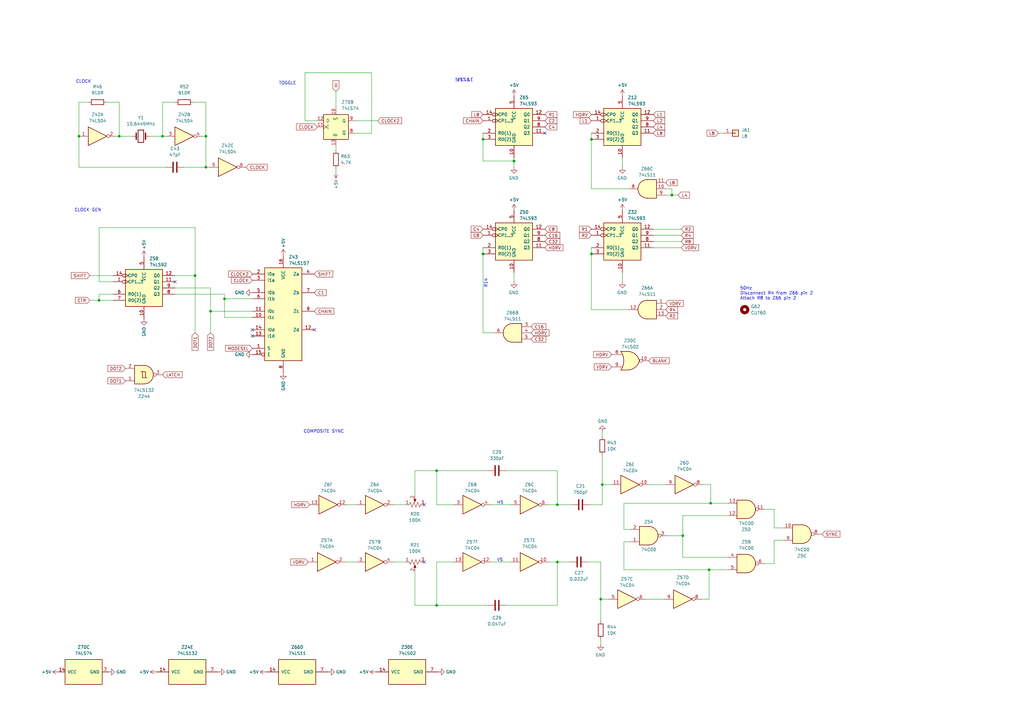
<source format=kicad_sch>
(kicad_sch (version 20230121) (generator eeschema)
  (paper "A3")
  (junction (at 179.07 193.04))
  (junction (at 66.675 55.88))
  (junction (at 280.035 219.71))
  (junction (at 290.83 233.68))
  (junction (at 247.015 198.755))
  (junction (at 40.64 123.19))
  (junction (at 198.12 104.14))
  (junction (at 228.6 207.01))
  (junction (at 80.01 113.03))
  (junction (at 291.465 206.375))
  (junction (at 86.36 127.635))
  (junction (at 228.6 230.505))
  (junction (at 48.895 55.88))
  (junction (at 32.385 55.88))
  (junction (at 210.82 66.04))
  (junction (at 242.57 104.14))
  (junction (at 84.455 55.88))
  (junction (at 275.59 80.01))
  (junction (at 246.38 245.745))
  (junction (at 84.455 68.58))
  (junction (at 92.075 122.555))
  (junction (at 198.12 57.15))
  (junction (at 179.07 248.285))
  (junction (at 242.57 57.15))
  (no_connect (at 223.52 54.61))
  (no_connect (at 103.505 137.795))
  (no_connect (at 128.905 135.255))
  (no_connect (at 173.99 230.505))
  (no_connect (at 173.99 207.01))
  (no_connect (at 103.505 135.255))
  (no_connect (at 71.755 115.57))
  (wire (pts (xy 152.4 29.845) (xy 152.4 54.61)))
  (wire (pts (xy 207.645 193.04) (xy 228.6 193.04)))
  (wire (pts (xy 242.57 57.15) (xy 242.57 77.47)))
  (wire (pts (xy 280.035 228.6) (xy 280.035 219.71)))
  (wire (pts (xy 247.015 198.755) (xy 250.825 198.755)))
  (wire (pts (xy 80.01 93.345) (xy 80.01 113.03)))
  (wire (pts (xy 198.12 101.6) (xy 198.12 104.14)))
  (wire (pts (xy 152.4 54.61) (xy 145.415 54.61)))
  (wire (pts (xy 317.5 231.14) (xy 317.5 221.615)))
  (wire (pts (xy 242.57 127) (xy 257.81 127)))
  (wire (pts (xy 61.595 55.88) (xy 66.675 55.88)))
  (wire (pts (xy 317.5 221.615) (xy 321.31 221.615)))
  (wire (pts (xy 247.015 186.69) (xy 247.015 198.755)))
  (wire (pts (xy 247.015 177.165) (xy 247.015 179.07)))
  (wire (pts (xy 267.97 101.6) (xy 279.4 101.6)))
  (wire (pts (xy 198.12 57.15) (xy 198.12 66.04)))
  (wire (pts (xy 166.37 230.505) (xy 161.29 230.505)))
  (wire (pts (xy 255.905 217.17) (xy 258.445 217.17)))
  (wire (pts (xy 279.4 96.52) (xy 267.97 96.52)))
  (wire (pts (xy 146.05 230.505) (xy 141.605 230.505)))
  (wire (pts (xy 125.095 49.53) (xy 125.095 29.845)))
  (wire (pts (xy 228.6 248.285) (xy 228.6 230.505)))
  (wire (pts (xy 317.5 216.535) (xy 321.31 216.535)))
  (wire (pts (xy 92.075 122.555) (xy 103.505 122.555)))
  (wire (pts (xy 80.01 113.03) (xy 71.755 113.03)))
  (wire (pts (xy 43.815 41.91) (xy 48.895 41.91)))
  (wire (pts (xy 224.79 230.505) (xy 228.6 230.505)))
  (wire (pts (xy 170.18 193.04) (xy 179.07 193.04)))
  (wire (pts (xy 186.055 230.505) (xy 179.07 230.505)))
  (wire (pts (xy 40.64 115.57) (xy 40.64 93.345)))
  (wire (pts (xy 66.675 55.88) (xy 67.945 55.88)))
  (wire (pts (xy 170.18 248.285) (xy 170.18 234.315)))
  (wire (pts (xy 273.05 80.01) (xy 275.59 80.01)))
  (wire (pts (xy 275.59 77.47) (xy 275.59 80.01)))
  (wire (pts (xy 275.59 80.01) (xy 278.13 80.01)))
  (wire (pts (xy 154.94 49.53) (xy 145.415 49.53)))
  (wire (pts (xy 247.015 207.01) (xy 247.015 198.755)))
  (wire (pts (xy 228.6 207.01) (xy 234.315 207.01)))
  (wire (pts (xy 198.12 54.61) (xy 198.12 57.15)))
  (wire (pts (xy 228.6 230.505) (xy 233.68 230.505)))
  (wire (pts (xy 255.27 64.77) (xy 255.27 68.58)))
  (wire (pts (xy 241.3 230.505) (xy 246.38 230.505)))
  (wire (pts (xy 137.795 61.595) (xy 137.795 59.69)))
  (wire (pts (xy 209.55 230.505) (xy 201.295 230.505)))
  (wire (pts (xy 86.36 127.635) (xy 86.36 136.525)))
  (wire (pts (xy 280.035 211.455) (xy 298.45 211.455)))
  (wire (pts (xy 71.755 118.11) (xy 86.36 118.11)))
  (wire (pts (xy 287.655 245.745) (xy 290.83 245.745)))
  (wire (pts (xy 313.69 231.14) (xy 317.5 231.14)))
  (wire (pts (xy 242.57 101.6) (xy 242.57 104.14)))
  (wire (pts (xy 40.64 93.345) (xy 80.01 93.345)))
  (wire (pts (xy 137.795 37.465) (xy 137.795 44.45)))
  (wire (pts (xy 288.29 198.755) (xy 291.465 198.755)))
  (wire (pts (xy 71.755 41.91) (xy 66.675 41.91)))
  (wire (pts (xy 48.895 41.91) (xy 48.895 55.88)))
  (wire (pts (xy 246.38 230.505) (xy 246.38 245.745)))
  (wire (pts (xy 40.64 120.65) (xy 40.64 123.19)))
  (wire (pts (xy 291.465 206.375) (xy 255.905 206.375)))
  (wire (pts (xy 179.07 207.01) (xy 179.07 193.04)))
  (wire (pts (xy 79.375 41.91) (xy 84.455 41.91)))
  (wire (pts (xy 36.195 41.91) (xy 32.385 41.91)))
  (wire (pts (xy 32.385 41.91) (xy 32.385 55.88)))
  (wire (pts (xy 46.355 120.65) (xy 40.64 120.65)))
  (wire (pts (xy 86.36 127.635) (xy 103.505 127.635)))
  (wire (pts (xy 255.905 222.25) (xy 258.445 222.25)))
  (wire (pts (xy 280.035 219.71) (xy 280.035 211.455)))
  (wire (pts (xy 255.905 206.375) (xy 255.905 217.17)))
  (wire (pts (xy 200.025 248.285) (xy 179.07 248.285)))
  (wire (pts (xy 337.185 219.075) (xy 336.55 219.075)))
  (wire (pts (xy 40.64 123.19) (xy 46.355 123.19)))
  (wire (pts (xy 273.05 198.755) (xy 266.065 198.755)))
  (wire (pts (xy 210.82 64.77) (xy 210.82 66.04)))
  (wire (pts (xy 170.18 203.2) (xy 170.18 193.04)))
  (wire (pts (xy 75.565 68.58) (xy 84.455 68.58)))
  (wire (pts (xy 84.455 41.91) (xy 84.455 55.88)))
  (wire (pts (xy 46.355 115.57) (xy 40.64 115.57)))
  (wire (pts (xy 313.69 208.915) (xy 317.5 208.915)))
  (wire (pts (xy 246.38 245.745) (xy 249.555 245.745)))
  (wire (pts (xy 298.45 228.6) (xy 280.035 228.6)))
  (wire (pts (xy 130.175 49.53) (xy 125.095 49.53)))
  (wire (pts (xy 137.795 69.215) (xy 137.795 70.485)))
  (wire (pts (xy 273.685 219.71) (xy 280.035 219.71)))
  (wire (pts (xy 290.83 233.68) (xy 298.45 233.68)))
  (wire (pts (xy 125.095 29.845) (xy 152.4 29.845)))
  (wire (pts (xy 317.5 208.915) (xy 317.5 216.535)))
  (wire (pts (xy 290.83 233.68) (xy 255.905 233.68)))
  (wire (pts (xy 241.935 207.01) (xy 247.015 207.01)))
  (wire (pts (xy 32.385 55.88) (xy 32.385 68.58)))
  (wire (pts (xy 224.79 207.01) (xy 228.6 207.01)))
  (wire (pts (xy 179.07 230.505) (xy 179.07 248.285)))
  (wire (pts (xy 36.83 123.19) (xy 40.64 123.19)))
  (wire (pts (xy 291.465 206.375) (xy 298.45 206.375)))
  (wire (pts (xy 209.55 207.01) (xy 201.295 207.01)))
  (wire (pts (xy 32.385 68.58) (xy 67.945 68.58)))
  (wire (pts (xy 92.075 122.555) (xy 92.075 130.175)))
  (wire (pts (xy 294.64 54.61) (xy 296.545 54.61)))
  (wire (pts (xy 47.625 55.88) (xy 48.895 55.88)))
  (wire (pts (xy 210.82 111.76) (xy 210.82 115.57)))
  (wire (pts (xy 279.4 93.98) (xy 267.97 93.98)))
  (wire (pts (xy 179.07 193.04) (xy 200.025 193.04)))
  (wire (pts (xy 92.075 130.175) (xy 103.505 130.175)))
  (wire (pts (xy 92.075 120.65) (xy 92.075 122.555)))
  (wire (pts (xy 86.36 118.11) (xy 86.36 127.635)))
  (wire (pts (xy 48.895 55.88) (xy 53.975 55.88)))
  (wire (pts (xy 246.38 254.635) (xy 246.38 245.745)))
  (wire (pts (xy 273.05 77.47) (xy 275.59 77.47)))
  (wire (pts (xy 228.6 193.04) (xy 228.6 207.01)))
  (wire (pts (xy 207.645 248.285) (xy 228.6 248.285)))
  (wire (pts (xy 198.12 66.04) (xy 210.82 66.04)))
  (wire (pts (xy 83.185 55.88) (xy 84.455 55.88)))
  (wire (pts (xy 272.415 245.745) (xy 264.795 245.745)))
  (wire (pts (xy 210.82 66.04) (xy 210.82 68.58)))
  (wire (pts (xy 198.12 104.14) (xy 198.12 136.525)))
  (wire (pts (xy 255.905 233.68) (xy 255.905 222.25)))
  (wire (pts (xy 186.055 207.01) (xy 179.07 207.01)))
  (wire (pts (xy 198.12 136.525) (xy 202.565 136.525)))
  (wire (pts (xy 36.83 113.03) (xy 46.355 113.03)))
  (wire (pts (xy 291.465 198.755) (xy 291.465 206.375)))
  (wire (pts (xy 290.83 245.745) (xy 290.83 233.68)))
  (wire (pts (xy 242.57 104.14) (xy 242.57 127)))
  (wire (pts (xy 71.755 120.65) (xy 92.075 120.65)))
  (wire (pts (xy 246.38 264.16) (xy 246.38 262.255)))
  (wire (pts (xy 84.455 68.58) (xy 85.725 68.58)))
  (wire (pts (xy 66.675 41.91) (xy 66.675 55.88)))
  (wire (pts (xy 146.05 207.01) (xy 142.24 207.01)))
  (wire (pts (xy 80.01 136.525) (xy 80.01 113.03)))
  (wire (pts (xy 255.27 111.76) (xy 255.27 115.57)))
  (wire (pts (xy 84.455 55.88) (xy 84.455 68.58)))
  (wire (pts (xy 267.97 99.06) (xy 279.4 99.06)))
  (wire (pts (xy 161.29 207.01) (xy 166.37 207.01)))
  (wire (pts (xy 179.07 248.285) (xy 170.18 248.285)))
  (wire (pts (xy 242.57 77.47) (xy 257.81 77.47)))
  (wire (pts (xy 242.57 54.61) (xy 242.57 57.15)))
  (text "CLOCK" (at 31.115 34.29 0) (effects (font (size 1.27 1.27)) (justify left bottom)))
  (text "TOGGLE" (at 114.3 34.925 0) (effects (font (size 1.27 1.27)) (justify left bottom)))
  (text "50Hz\nDisconnect R4 from Z66 pin 2\nAttach R8 to Z66 pin 2" (at 303.53 123.19 0) (effects (font (size 1.27 1.27)) (justify left bottom)))
  (text "CLOCK GEN" (at 30.48 86.995 0) (effects (font (size 1.27 1.27)) (justify left bottom)))
  (text "R14" (at 200.025 118.11 90) (effects (font (size 1.27 1.27)) (justify left bottom)))
  (text "VS" (at 203.835 230.505 0) (effects (font (size 1.27 1.27)) (justify left bottom)))
  (text "HS" (at 203.835 207.01 0) (effects (font (size 1.27 1.27)) (justify left bottom)))
  (text "!#$%&£" (at 186.69 33.655 0) (effects (font (size 1.27 1.27)) (justify left bottom)))
  (text "COMPOSITE SYNC" (at 124.46 177.8 0) (effects (font (size 1.27 1.27)) (justify left bottom)))
  (global_label "LATCH" (shape input) (at 66.675 153.67 0) (property "Intersheetrefs" "${INTERSHEET_REFS}" (effects hide)))
  (global_label "R1" (shape input) (at 223.52 46.99 0) (property "Intersheetrefs" "${INTERSHEET_REFS}" (effects hide)))
  (global_label "L4" (shape input) (at 267.97 52.07 0) (property "Intersheetrefs" "${INTERSHEET_REFS}" (effects hide)))
  (global_label "CLOCK" (shape input) (at 100.965 68.58 0) (property "Intersheetrefs" "${INTERSHEET_REFS}" (effects hide)))
  (global_label "C32" (shape input) (at 223.52 99.06 0) (property "Intersheetrefs" "${INTERSHEET_REFS}" (effects hide)))
  (global_label "L2" (shape input) (at 267.97 49.53 0) (property "Intersheetrefs" "${INTERSHEET_REFS}" (effects hide)))
  (global_label "L1" (shape input) (at 242.57 49.53 180) (property "Intersheetrefs" "${INTERSHEET_REFS}" (effects hide)))
  (global_label "SHIFT" (shape input) (at 128.905 112.395 0) (property "Intersheetrefs" "${INTERSHEET_REFS}" (effects hide)))
  (global_label "C2" (shape input) (at 223.52 49.53 0) (property "Intersheetrefs" "${INTERSHEET_REFS}" (effects hide)))
  (global_label "VDRV" (shape input) (at 250.825 150.495 180) (property "Intersheetrefs" "${INTERSHEET_REFS}" (effects hide)))
  (global_label "R1" (shape input) (at 242.57 93.98 180) (property "Intersheetrefs" "${INTERSHEET_REFS}" (effects hide)))
  (global_label "R2" (shape input) (at 242.57 96.52 180) (property "Intersheetrefs" "${INTERSHEET_REFS}" (effects hide)))
  (global_label "C8" (shape input) (at 198.12 96.52 180) (property "Intersheetrefs" "${INTERSHEET_REFS}" (effects hide)))
  (global_label "HDRV" (shape input) (at 223.52 101.6 0) (property "Intersheetrefs" "${INTERSHEET_REFS}" (effects hide)))
  (global_label "MODESEL" (shape input) (at 103.505 142.875 180) (property "Intersheetrefs" "${INTERSHEET_REFS}" (effects hide)))
  (global_label "L8" (shape input) (at 267.97 54.61 0) (property "Intersheetrefs" "${INTERSHEET_REFS}" (effects hide)))
  (global_label "C16" (shape input) (at 217.805 133.985 0) (property "Intersheetrefs" "${INTERSHEET_REFS}" (effects hide)))
  (global_label "HDRV" (shape input) (at 127 207.01 180) (property "Intersheetrefs" "${INTERSHEET_REFS}" (effects hide)))
  (global_label "L8" (shape input) (at 198.12 46.99 180) (property "Intersheetrefs" "${INTERSHEET_REFS}" (effects hide)))
  (global_label "SHIFT" (shape input) (at 36.83 113.03 180) (property "Intersheetrefs" "${INTERSHEET_REFS}" (effects hide)))
  (global_label "C8" (shape input) (at 223.52 93.98 0) (property "Intersheetrefs" "${INTERSHEET_REFS}" (effects hide)))
  (global_label "HI" (shape input) (at 137.795 37.465 90) (property "Intersheetrefs" "${INTERSHEET_REFS}" (effects hide)))
  (global_label "CLOCK2" (shape input) (at 154.94 49.53 0) (property "Intersheetrefs" "${INTERSHEET_REFS}" (effects hide)))
  (global_label "CHAIN" (shape input) (at 198.12 49.53 180) (property "Intersheetrefs" "${INTERSHEET_REFS}" (effects hide)))
  (global_label "L8" (shape input) (at 294.64 54.61 180) (property "Intersheetrefs" "${INTERSHEET_REFS}" (effects hide)))
  (global_label "L8" (shape input) (at 273.05 74.93 0) (property "Intersheetrefs" "${INTERSHEET_REFS}" (effects hide)))
  (global_label "DOT1" (shape input) (at 51.435 156.21 180) (property "Intersheetrefs" "${INTERSHEET_REFS}" (effects hide)))
  (global_label "VDRV" (shape input) (at 273.05 124.46 0) (property "Intersheetrefs" "${INTERSHEET_REFS}" (effects hide)))
  (global_label "VDRV" (shape input) (at 126.365 230.505 180) (property "Intersheetrefs" "${INTERSHEET_REFS}" (effects hide)))
  (global_label "BLANK" (shape input) (at 266.065 147.955 0) (property "Intersheetrefs" "${INTERSHEET_REFS}" (effects hide)))
  (global_label "HDRV" (shape input) (at 242.57 46.99 180) (property "Intersheetrefs" "${INTERSHEET_REFS}" (effects hide)))
  (global_label "L1" (shape input) (at 267.97 46.99 0) (property "Intersheetrefs" "${INTERSHEET_REFS}" (effects hide)))
  (global_label "R2" (shape input) (at 273.05 129.54 0) (property "Intersheetrefs" "${INTERSHEET_REFS}" (effects hide)))
  (global_label "HDRV" (shape input) (at 250.825 145.415 180) (property "Intersheetrefs" "${INTERSHEET_REFS}" (effects hide)))
  (global_label "C4" (shape input) (at 198.12 93.98 180) (property "Intersheetrefs" "${INTERSHEET_REFS}" (effects hide)))
  (global_label "DOT2" (shape input) (at 86.36 136.525 270) (property "Intersheetrefs" "${INTERSHEET_REFS}" (effects hide)))
  (global_label "CLOCK" (shape input) (at 130.175 52.07 180) (property "Intersheetrefs" "${INTERSHEET_REFS}" (effects hide)))
  (global_label "C4" (shape input) (at 223.52 52.07 0) (property "Intersheetrefs" "${INTERSHEET_REFS}" (effects hide)))
  (global_label "C16" (shape input) (at 223.52 96.52 0) (property "Intersheetrefs" "${INTERSHEET_REFS}" (effects hide)))
  (global_label "CLOCK2" (shape input) (at 103.505 112.395 180) (property "Intersheetrefs" "${INTERSHEET_REFS}" (effects hide)))
  (global_label "SYNC" (shape input) (at 337.185 219.075 0) (property "Intersheetrefs" "${INTERSHEET_REFS}" (effects hide)))
  (global_label "R2" (shape input) (at 279.4 93.98 0) (property "Intersheetrefs" "${INTERSHEET_REFS}" (effects hide)))
  (global_label "L4" (shape input) (at 278.13 80.01 0) (property "Intersheetrefs" "${INTERSHEET_REFS}" (effects hide)))
  (global_label "VDRV" (shape input) (at 279.4 101.6 0) (property "Intersheetrefs" "${INTERSHEET_REFS}" (effects hide)))
  (global_label "R4" (shape input) (at 273.05 127 0) (property "Intersheetrefs" "${INTERSHEET_REFS}" (effects hide)))
  (global_label "R4" (shape input) (at 279.4 96.52 0) (property "Intersheetrefs" "${INTERSHEET_REFS}" (effects hide)))
  (global_label "DOT2" (shape input) (at 51.435 151.13 180) (property "Intersheetrefs" "${INTERSHEET_REFS}" (effects hide)))
  (global_label "CLOCK" (shape input) (at 103.505 114.935 180) (property "Intersheetrefs" "${INTERSHEET_REFS}" (effects hide)))
  (global_label "R8" (shape input) (at 279.4 99.06 0) (property "Intersheetrefs" "${INTERSHEET_REFS}" (effects hide)))
  (global_label "DOT1" (shape input) (at 80.01 136.525 270) (property "Intersheetrefs" "${INTERSHEET_REFS}" (effects hide)))
  (global_label "C32" (shape input) (at 217.805 139.065 0) (property "Intersheetrefs" "${INTERSHEET_REFS}" (effects hide)))
  (global_label "HDRV" (shape input) (at 217.805 136.525 0) (property "Intersheetrefs" "${INTERSHEET_REFS}" (effects hide)))
  (global_label "C1" (shape input) (at 128.905 120.015 0) (property "Intersheetrefs" "${INTERSHEET_REFS}" (effects hide)))
  (global_label "CHAIN" (shape input) (at 128.905 127.635 0) (property "Intersheetrefs" "${INTERSHEET_REFS}" (effects hide)))
  (global_label "CTR" (shape input) (at 36.83 123.19 180) (property "Intersheetrefs" "${INTERSHEET_REFS}" (effects hide)))
  (symbol (lib_id "power:+5V") (at 109.22 275.59 90) (unit 1)
    (property "Reference" "#PWR02" (effects hide))
    (property "Value" "+5V" (at 104.14 275.59 90))
    (instances (project "TRS80IUS" (path "" (reference "#PWR02") (unit 1)) (path "" (reference "#PWR026") (unit 1))))
  )
  (symbol (lib_id "Device:C") (at 71.755 68.58 90) (unit 1)
    (property "Reference" "C43" (at 71.755 60.96 90))
    (property "Value" "47pF" (at 71.755 63.5 90))
    (property "Footprint" "TRS80IUS:Ceramic Disc 6.35mm" (effects hide))
  )
  (symbol (lib_id "power:+5V") (at 64.135 275.59 90) (unit 1)
    (property "Reference" "#PWR02" (effects hide))
    (property "Value" "+5V" (at 59.055 275.59 90))
    (instances (project "TRS80IUS" (path "" (reference "#PWR02") (unit 1)) (path "" (reference "#PWR015") (unit 1))))
  )
  (symbol (lib_id "Connector_Generic:Conn_01x01") (at 301.625 54.61 0) (unit 1)
    (property "Reference" "J61" (at 304.165 53.34 0) (effects (justify left)))
    (property "Value" "L8" (at 304.165 55.88 0) (effects (justify left)))
    (property "Footprint" "TRS80IUS:MODHEADER" (effects hide))
  )
  (symbol (lib_id "Device:R") (at 137.795 65.405 0) (unit 1)
    (property "Reference" "R63" (at 139.7 64.135 0) (effects (justify left)))
    (property "Value" "4.7K" (at 139.7 66.675 0) (effects (justify left)))
    (property "Footprint" "TRS80IUS:Resistor 12.7mm" (effects hide))
  )
  (symbol (lib_id "power:+5V") (at 24.13 275.59 90) (unit 1)
    (property "Reference" "#PWR02" (effects hide))
    (property "Value" "+5V" (at 19.05 275.59 90))
    (instances (project "TRS80IUS" (path "" (reference "#PWR02") (unit 1)) (path "" (reference "#PWR06") (unit 1))))
  )
  (symbol (lib_id "power:+5V") (at 210.82 39.37 0) (unit 1)
    (property "Reference" "#PWR010" (effects hide))
    (property "Value" "+5V" (at 210.82 34.925 0))
    (instances (project "TRS80IUS" (path "" (reference "#PWR010") (unit 1)) (path "" (reference "#PWR017") (unit 1))))
  )
  (symbol (lib_id "Device:R") (at 246.38 258.445 180) (unit 1)
    (property "Reference" "R44" (at 248.92 257.175 0) (effects (justify right)))
    (property "Value" "10K" (at 248.92 259.715 0) (effects (justify right)))
    (property "Footprint" "TRS80IUS:Resistor 12.7mm" (effects hide))
  )
  (symbol (lib_id "74xx:74HC04") (at 257.175 245.745 0) (unit 3)
    (property "Reference" "Z57" (at 257.175 237.49 0))
    (property "Value" "74C04" (at 257.175 240.03 0))
    (property "Footprint" "TRS80IUS:DIP-14_W7.62mm" (effects hide))
    (property "Datasheet" "https://assets.nexperia.com/documents/data-sheet/74HC_HCT04.pdf" (effects hide))
  )
  (symbol (lib_id "74xx:74HC04") (at 217.17 207.01 0) (unit 3)
    (property "Reference" "Z6" (at 217.17 198.755 0))
    (property "Value" "74C04" (at 217.17 201.295 0))
    (property "Footprint" "TRS80IUS:DIP-14_W7.62mm" (effects hide))
    (property "Datasheet" "https://assets.nexperia.com/documents/data-sheet/74HC_HCT04.pdf" (effects hide))
  )
  (symbol (lib_id "74xx:74LS02") (at 167.005 275.59 90) (unit 5)
    (property "Reference" "Z30" (at 167.005 265.43 90))
    (property "Value" "74LS02" (at 167.005 267.97 90))
    (property "Footprint" "TRS80IUS:DIP-14_W7.62mm" (effects hide))
    (property "Datasheet" "http://www.ti.com/lit/gpn/sn74ls02" (effects hide))
  )
  (symbol (lib_id "74xx:74HC04") (at 280.67 198.755 0) (unit 4)
    (property "Reference" "Z6" (at 280.67 189.865 0))
    (property "Value" "74C04" (at 280.67 192.405 0))
    (property "Footprint" "TRS80IUS:DIP-14_W7.62mm" (effects hide))
    (property "Datasheet" "https://assets.nexperia.com/documents/data-sheet/74HC_HCT04.pdf" (effects hide))
  )
  (symbol (lib_id "74xx:74LS93") (at 210.82 52.07 0) (unit 1)
    (property "Reference" "Z65" (at 213.0141 40.005 0) (effects (justify left)))
    (property "Value" "74LS93" (at 213.0141 42.545 0) (effects (justify left)))
    (property "Footprint" "TRS80IUS:DIP-14_W7.62mm" (effects hide))
    (property "Datasheet" "http://www.ti.com/lit/gpn/sn74LS93" (effects hide))
  )
  (symbol (lib_id "power:GND") (at 89.535 275.59 90) (unit 1)
    (property "Reference" "#PWR0108" (effects hide))
    (property "Value" "GND" (at 92.71 275.59 90) (effects (justify right)))
    (instances (project "TRS80IUS" (path "" (reference "#PWR0108") (unit 1)) (path "" (reference "#PWR0114") (unit 1)) (path "" (reference "#PWR014") (unit 1))))
  )
  (symbol (lib_id "74xx:74LS74") (at 34.29 275.59 90) (unit 3)
    (property "Reference" "Z70" (at 34.29 265.43 90))
    (property "Value" "74LS74" (at 34.29 267.97 90))
    (property "Footprint" "TRS80IUS:DIP-14_W7.62mm" (effects hide))
    (property "Datasheet" "74xx/74hc_hct74.pdf" (effects hide))
  )
  (symbol (lib_id "74xx:74LS00") (at 306.07 208.915 0) (mirror x) (unit 4)
    (property "Reference" "Z5" (at 306.0617 217.17 0))
    (property "Value" "74C00" (at 306.0617 214.63 0))
    (property "Footprint" "TRS80IUS:DIP-14_W7.62mm" (effects hide))
    (property "Datasheet" "http://www.ti.com/lit/gpn/sn74ls00" (effects hide))
  )
  (symbol (lib_id "power:+5V") (at 137.795 70.485 180) (unit 1)
    (property "Reference" "#PWR02" (effects hide))
    (property "Value" "+5V" (at 137.795 75.565 90))
    (instances (project "TRS80IUS" (path "" (reference "#PWR02") (unit 1)) (path "" (reference "#PWR08") (unit 1))))
  )
  (symbol (lib_id "74xx:74LS11") (at 265.43 127 0) (mirror y) (unit 1)
    (property "Reference" "Z66" (at 265.4383 118.11 0))
    (property "Value" "74LS11" (at 265.4383 120.65 0))
    (property "Footprint" "TRS80IUS:DIP-14_W7.62mm" (effects hide))
    (property "Datasheet" "http://www.ti.com/lit/gpn/sn74LS11" (effects hide))
  )
  (symbol (lib_id "Device:R_Potentiometer_US") (at 170.18 230.505 90) (mirror x) (unit 1)
    (property "Reference" "R21" (at 170.18 223.52 90))
    (property "Value" "100K" (at 170.18 226.06 90))
    (property "Footprint" "TRS80IUS:Pot" (effects hide))
  )
  (symbol (lib_id "power:+5V") (at 59.055 105.41 0) (unit 1)
    (property "Reference" "#PWR02" (effects hide))
    (property "Value" "+5V" (at 59.055 100.33 90))
    (instances (project "TRS80IUS" (path "" (reference "#PWR02") (unit 1)) (path "" (reference "#PWR011") (unit 1))))
  )
  (symbol (lib_id "74xx:74LS04") (at 93.345 68.58 0) (unit 3)
    (property "Reference" "Z42" (at 93.345 59.69 0))
    (property "Value" "74LS04" (at 93.345 62.23 0))
    (property "Footprint" "TRS80IUS:DIP-14_W7.62mm" (effects hide))
    (property "Datasheet" "http://www.ti.com/lit/gpn/sn74LS04" (effects hide))
  )
  (symbol (lib_id "power:+5V") (at 116.205 104.775 0) (unit 1)
    (property "Reference" "#PWR02" (effects hide))
    (property "Value" "+5V" (at 116.205 99.695 90))
    (instances (project "TRS80IUS" (path "" (reference "#PWR02") (unit 1)) (path "" (reference "#PWR012") (unit 1))))
  )
  (symbol (lib_id "power:+5V") (at 255.27 39.37 0) (unit 1)
    (property "Reference" "#PWR010" (effects hide))
    (property "Value" "+5V" (at 255.27 34.925 0))
    (instances (project "TRS80IUS" (path "" (reference "#PWR010") (unit 1)) (path "" (reference "#PWR021") (unit 1))))
  )
  (symbol (lib_id "74xx:74LS00") (at 266.065 219.71 0) (mirror x) (unit 1)
    (property "Reference" "Z5" (at 266.065 213.995 0))
    (property "Value" "74C00" (at 266.0567 225.425 0))
    (property "Footprint" "TRS80IUS:DIP-14_W7.62mm" (effects hide))
    (property "Datasheet" "http://www.ti.com/lit/gpn/sn74ls00" (effects hide))
  )
  (symbol (lib_id "74xx:74HC04") (at 134.62 207.01 0) (unit 6)
    (property "Reference" "Z6" (at 134.62 198.755 0))
    (property "Value" "74C04" (at 134.62 201.295 0))
    (property "Footprint" "TRS80IUS:DIP-14_W7.62mm" (effects hide))
    (property "Datasheet" "https://assets.nexperia.com/documents/data-sheet/74HC_HCT04.pdf" (effects hide))
  )
  (symbol (lib_id "74xx:74LS93") (at 255.27 99.06 0) (unit 1)
    (property "Reference" "Z32" (at 257.4641 86.995 0) (effects (justify left)))
    (property "Value" "74LS93" (at 257.4641 89.535 0) (effects (justify left)))
    (property "Footprint" "TRS80IUS:DIP-14_W7.62mm" (effects hide))
    (property "Datasheet" "http://www.ti.com/lit/gpn/sn74LS93" (effects hide))
  )
  (symbol (lib_id "Device:Crystal") (at 57.785 55.88 180) (unit 1)
    (property "Reference" "Y1" (at 57.785 48.26 0))
    (property "Value" "10.6445MHz" (at 57.785 50.8 0))
    (property "Footprint" "TRS80IUS:Crystal 5.08mm" (effects hide))
  )
  (symbol (lib_id "74xx:74HC04") (at 280.035 245.745 0) (unit 4)
    (property "Reference" "Z57" (at 280.035 236.855 0))
    (property "Value" "74C04" (at 280.035 239.395 0))
    (property "Footprint" "TRS80IUS:DIP-14_W7.62mm" (effects hide))
    (property "Datasheet" "https://assets.nexperia.com/documents/data-sheet/74HC_HCT04.pdf" (effects hide))
  )
  (symbol (lib_id "Device:R") (at 247.015 182.88 180) (unit 1)
    (property "Reference" "R43" (at 248.92 181.61 0) (effects (justify right)))
    (property "Value" "10K" (at 248.92 184.15 0) (effects (justify right)))
    (property "Footprint" "TRS80IUS:Resistor 12.7mm" (effects hide))
  )
  (symbol (lib_id "74xx:74HC04") (at 153.67 230.505 0) (unit 2)
    (property "Reference" "Z57" (at 153.67 222.25 0))
    (property "Value" "74C04" (at 153.67 224.79 0))
    (property "Footprint" "TRS80IUS:DIP-14_W7.62mm" (effects hide))
    (property "Datasheet" "https://assets.nexperia.com/documents/data-sheet/74HC_HCT04.pdf" (effects hide))
  )
  (symbol (lib_id "74xx:74LS132") (at 76.835 275.59 90) (unit 5)
    (property "Reference" "Z24" (at 76.835 265.43 90))
    (property "Value" "74LS132" (at 76.835 267.97 90))
    (property "Footprint" "TRS80IUS:DIP-14_W7.62mm" (effects hide))
    (property "Datasheet" "http://www.ti.com/lit/gpn/sn74LS132" (effects hide))
  )
  (symbol (lib_id "power:GND") (at 103.505 145.415 270) (unit 1)
    (property "Reference" "#PWR0108" (effects hide))
    (property "Value" "GND" (at 100.33 145.415 90) (effects (justify right)))
    (instances (project "TRS80IUS" (path "" (reference "#PWR0108") (unit 1)) (path "" (reference "#PWR0114") (unit 1)) (path "" (reference "#PWR013") (unit 1))))
  )
  (symbol (lib_id "power:GND") (at 246.38 264.16 0) (unit 1)
    (property "Reference" "#PWR0108" (effects hide))
    (property "Value" "GND" (at 248.285 268.605 0) (effects (justify right)))
    (instances (project "TRS80IUS" (path "" (reference "#PWR0108") (unit 1)) (path "" (reference "#PWR0123") (unit 1)) (path "" (reference "#PWR0132") (unit 1)) (path "" (reference "#PWR0137") (unit 1)) (path "" (reference "#PWR071") (unit 1)) (path "" (reference "#PWR072") (unit 1))))
  )
  (symbol (lib_id "74xx:74LS93") (at 255.27 52.07 0) (unit 1)
    (property "Reference" "Z12" (at 257.4641 40.005 0) (effects (justify left)))
    (property "Value" "74LS93" (at 257.4641 42.545 0) (effects (justify left)))
    (property "Footprint" "TRS80IUS:DIP-14_W7.62mm" (effects hide))
    (property "Datasheet" "http://www.ti.com/lit/gpn/sn74LS93" (effects hide))
  )
  (symbol (lib_id "power:GND") (at 179.705 275.59 90) (unit 1)
    (property "Reference" "#PWR0108" (effects hide))
    (property "Value" "GND" (at 182.88 275.59 90) (effects (justify right)))
    (instances (project "TRS80IUS" (path "" (reference "#PWR0108") (unit 1)) (path "" (reference "#PWR0114") (unit 1)) (path "" (reference "#PWR027") (unit 1))))
  )
  (symbol (lib_id "power:GND") (at 103.505 120.015 270) (unit 1)
    (property "Reference" "#PWR0108" (effects hide))
    (property "Value" "GND" (at 100.33 120.015 90) (effects (justify right)))
    (instances (project "TRS80IUS" (path "" (reference "#PWR0108") (unit 1)) (path "" (reference "#PWR0114") (unit 1)) (path "" (reference "#PWR016") (unit 1))))
  )
  (symbol (lib_id "power:GND") (at 247.015 177.165 180) (unit 1)
    (property "Reference" "#PWR0108" (effects hide))
    (property "Value" "GND" (at 245.11 172.72 0) (effects (justify right)))
    (instances (project "TRS80IUS" (path "" (reference "#PWR0108") (unit 1)) (path "" (reference "#PWR0123") (unit 1)) (path "" (reference "#PWR0132") (unit 1)) (path "" (reference "#PWR0137") (unit 1)) (path "" (reference "#PWR072") (unit 1)) (path "" (reference "#PWR071") (unit 1))))
  )
  (symbol (lib_id "Device:R_Potentiometer_US") (at 170.18 207.01 90) (unit 1)
    (property "Reference" "R20" (at 170.18 210.82 90))
    (property "Value" "100K" (at 170.18 213.36 90))
    (property "Footprint" "TRS80IUS:Pot" (effects hide))
  )
  (symbol (lib_id "power:GND") (at 255.27 68.58 0) (unit 1)
    (property "Reference" "#PWR0108" (effects hide))
    (property "Value" "GND" (at 257.175 73.025 0) (effects (justify right)))
    (instances (project "TRS80IUS" (path "" (reference "#PWR0108") (unit 1)) (path "" (reference "#PWR0123") (unit 1)) (path "" (reference "#PWR0132") (unit 1)) (path "" (reference "#PWR0137") (unit 1)) (path "" (reference "#PWR022") (unit 1)) (path "" (reference "#PWR0187") (unit 1))))
  )
  (symbol (lib_id "74xx:74HC04") (at 258.445 198.755 0) (unit 5)
    (property "Reference" "Z6" (at 258.445 190.5 0))
    (property "Value" "74C04" (at 258.445 193.04 0))
    (property "Footprint" "TRS80IUS:DIP-14_W7.62mm" (effects hide))
    (property "Datasheet" "https://assets.nexperia.com/documents/data-sheet/74HC_HCT04.pdf" (effects hide))
  )
  (symbol (lib_id "74xx:74LS02") (at 258.445 147.955 0) (unit 3)
    (property "Reference" "Z30" (at 258.445 139.7 0))
    (property "Value" "74LS02" (at 258.445 142.24 0))
    (property "Footprint" "TRS80IUS:DIP-14_W7.62mm" (effects hide))
    (property "Datasheet" "http://www.ti.com/lit/gpn/sn74ls02" (effects hide))
  )
  (symbol (lib_id "Device:C") (at 238.125 207.01 90) (unit 1)
    (property "Reference" "C21" (at 238.125 199.39 90))
    (property "Value" "750pF" (at 238.125 201.93 90))
    (property "Footprint" "TRS80IUS:Ceramic Disc 6.35mm" (effects hide))
  )
  (symbol (lib_id "74xx:74LS132") (at 59.055 153.67 0) (mirror x) (unit 1)
    (property "Reference" "Z24" (at 59.0467 162.56 0))
    (property "Value" "74LS132" (at 59.0467 160.02 0))
    (property "Footprint" "TRS80IUS:DIP-14_W7.62mm" (effects hide))
    (property "Datasheet" "http://www.ti.com/lit/gpn/sn74LS132" (effects hide))
  )
  (symbol (lib_id "74xx:74LS11") (at 210.185 136.525 0) (mirror y) (unit 2)
    (property "Reference" "Z66" (at 210.1933 128.27 0))
    (property "Value" "74LS11" (at 210.1933 130.81 0))
    (property "Footprint" "TRS80IUS:DIP-14_W7.62mm" (effects hide))
    (property "Datasheet" "http://www.ti.com/lit/gpn/sn74LS11" (effects hide))
  )
  (symbol (lib_id "74xx:74LS74") (at 137.795 52.07 0) (unit 2)
    (property "Reference" "Z70" (at 139.9891 41.91 0) (effects (justify left)))
    (property "Value" "74LS74" (at 139.9891 44.45 0) (effects (justify left)))
    (property "Footprint" "TRS80IUS:DIP-14_W7.62mm" (effects hide))
    (property "Datasheet" "74xx/74hc_hct74.pdf" (effects hide))
  )
  (symbol (lib_id "74xx:74LS00") (at 328.93 219.075 0) (mirror x) (unit 3)
    (property "Reference" "Z5" (at 328.9217 227.965 0))
    (property "Value" "74C00" (at 328.9217 225.425 0))
    (property "Footprint" "TRS80IUS:DIP-14_W7.62mm" (effects hide))
    (property "Datasheet" "http://www.ti.com/lit/gpn/sn74ls00" (effects hide))
  )
  (symbol (lib_id "power:+5V") (at 154.305 275.59 90) (unit 1)
    (property "Reference" "#PWR02" (effects hide))
    (property "Value" "+5V" (at 149.225 275.59 90))
    (instances (project "TRS80IUS" (path "" (reference "#PWR02") (unit 1)) (path "" (reference "#PWR028") (unit 1))))
  )
  (symbol (lib_id "74xx:74HC04") (at 193.675 230.505 0) (unit 6)
    (property "Reference" "Z57" (at 193.675 222.25 0))
    (property "Value" "74C04" (at 193.675 224.79 0))
    (property "Footprint" "TRS80IUS:DIP-14_W7.62mm" (effects hide))
    (property "Datasheet" "https://assets.nexperia.com/documents/data-sheet/74HC_HCT04.pdf" (effects hide))
  )
  (symbol (lib_id "74xx:74LS00") (at 306.07 231.14 0) (unit 2)
    (property "Reference" "Z5" (at 306.0617 222.25 0))
    (property "Value" "74C00" (at 306.0617 224.79 0))
    (property "Footprint" "TRS80IUS:DIP-14_W7.62mm" (effects hide))
    (property "Datasheet" "http://www.ti.com/lit/gpn/sn74ls00" (effects hide))
  )
  (symbol (lib_id "74xx:74LS92") (at 59.055 118.11 0) (unit 1)
    (property "Reference" "Z58" (at 61.2491 106.045 0) (effects (justify left)))
    (property "Value" "74LS92" (at 61.2491 108.585 0) (effects (justify left)))
    (property "Footprint" "TRS80IUS:DIP-14_W7.62mm" (effects hide))
    (property "Datasheet" "http://www.ti.com/lit/gpn/sn74LS92" (effects hide))
  )
  (symbol (lib_id "74xx:74LS11") (at 121.92 275.59 90) (mirror x) (unit 4)
    (property "Reference" "Z66" (at 121.92 265.43 90))
    (property "Value" "74LS11" (at 121.92 267.97 90))
    (property "Footprint" "TRS80IUS:DIP-14_W7.62mm" (effects hide))
    (property "Datasheet" "http://www.ti.com/lit/gpn/sn74LS11" (effects hide))
  )
  (symbol (lib_id "74xx:74HC04") (at 193.675 207.01 0) (unit 2)
    (property "Reference" "Z6" (at 193.675 198.755 0))
    (property "Value" "74C04" (at 193.675 201.295 0))
    (property "Footprint" "TRS80IUS:DIP-14_W7.62mm" (effects hide))
    (property "Datasheet" "https://assets.nexperia.com/documents/data-sheet/74HC_HCT04.pdf" (effects hide))
  )
  (symbol (lib_id "power:+5V") (at 210.82 86.36 0) (unit 1)
    (property "Reference" "#PWR010" (effects hide))
    (property "Value" "+5V" (at 210.82 81.915 0))
    (instances (project "TRS80IUS" (path "" (reference "#PWR010") (unit 1)) (path "" (reference "#PWR019") (unit 1))))
  )
  (symbol (lib_id "power:GND") (at 44.45 275.59 90) (unit 1)
    (property "Reference" "#PWR0108" (effects hide))
    (property "Value" "GND" (at 47.625 275.59 90) (effects (justify right)))
    (instances (project "TRS80IUS" (path "" (reference "#PWR0108") (unit 1)) (path "" (reference "#PWR0114") (unit 1)) (path "" (reference "#PWR07") (unit 1))))
  )
  (symbol (lib_id "power:GND") (at 210.82 68.58 0) (unit 1)
    (property "Reference" "#PWR0108" (effects hide))
    (property "Value" "GND" (at 212.725 73.025 0) (effects (justify right)))
    (instances (project "TRS80IUS" (path "" (reference "#PWR0108") (unit 1)) (path "" (reference "#PWR0123") (unit 1)) (path "" (reference "#PWR0132") (unit 1)) (path "" (reference "#PWR0137") (unit 1)) (path "" (reference "#PWR018") (unit 1)) (path "" (reference "#PWR0187") (unit 1))))
  )
  (symbol (lib_id "74xx:74LS11") (at 265.43 77.47 180) (unit 3)
    (property "Reference" "Z66" (at 265.43 69.215 0))
    (property "Value" "74LS11" (at 265.43 71.755 0))
    (property "Footprint" "TRS80IUS:DIP-14_W7.62mm" (effects hide))
    (property "Datasheet" "http://www.ti.com/lit/gpn/sn74LS11" (effects hide))
  )
  (symbol (lib_id "74xx:74HC04") (at 217.17 230.505 0) (unit 5)
    (property "Reference" "Z57" (at 217.17 221.615 0))
    (property "Value" "74C04" (at 217.17 224.155 0))
    (property "Footprint" "TRS80IUS:DIP-14_W7.62mm" (effects hide))
    (property "Datasheet" "https://assets.nexperia.com/documents/data-sheet/74HC_HCT04.pdf" (effects hide))
  )
  (symbol (lib_id "power:GND") (at 134.62 275.59 90) (unit 1)
    (property "Reference" "#PWR0108" (effects hide))
    (property "Value" "GND" (at 137.795 275.59 90) (effects (justify right)))
    (instances (project "TRS80IUS" (path "" (reference "#PWR0108") (unit 1)) (path "" (reference "#PWR0114") (unit 1)) (path "" (reference "#PWR025") (unit 1))))
  )
  (symbol (lib_id "74xx:74HC04") (at 153.67 207.01 0) (unit 1)
    (property "Reference" "Z6" (at 153.67 198.755 0))
    (property "Value" "74C04" (at 153.67 201.295 0))
    (property "Footprint" "TRS80IUS:DIP-14_W7.62mm" (effects hide))
    (property "Datasheet" "https://assets.nexperia.com/documents/data-sheet/74HC_HCT04.pdf" (effects hide))
  )
  (symbol (lib_id "74xx:74LS04") (at 40.005 55.88 0) (unit 1)
    (property "Reference" "Z42" (at 40.005 46.99 0))
    (property "Value" "74LS04" (at 40.005 49.53 0))
    (property "Footprint" "TRS80IUS:DIP-14_W7.62mm" (effects hide))
    (property "Datasheet" "http://www.ti.com/lit/gpn/sn74LS04" (effects hide))
  )
  (symbol (lib_id "74xx:74HC04") (at 133.985 230.505 0) (unit 1)
    (property "Reference" "Z57" (at 133.985 221.615 0))
    (property "Value" "74C04" (at 133.985 224.155 0))
    (property "Footprint" "TRS80IUS:DIP-14_W7.62mm" (effects hide))
    (property "Datasheet" "https://assets.nexperia.com/documents/data-sheet/74HC_HCT04.pdf" (effects hide))
  )
  (symbol (lib_id "Device:C") (at 237.49 230.505 90) (unit 1)
    (property "Reference" "C27" (at 237.49 234.95 90))
    (property "Value" "0.022uF" (at 237.49 237.49 90))
    (property "Footprint" "TRS80IUS:Poly 5.08mm" (effects hide))
  )
  (symbol (lib_id "Device:C") (at 203.835 248.285 90) (unit 1)
    (property "Reference" "C26" (at 203.835 253.365 90))
    (property "Value" "0.047uF" (at 203.835 255.905 90))
    (property "Footprint" "TRS80IUS:Poly 6.35mm" (effects hide))
  )
  (symbol (lib_id "74xx:74LS04") (at 75.565 55.88 0) (unit 2)
    (property "Reference" "Z42" (at 75.565 46.99 0))
    (property "Value" "74LS04" (at 75.565 49.53 0))
    (property "Footprint" "TRS80IUS:DIP-14_W7.62mm" (effects hide))
    (property "Datasheet" "http://www.ti.com/lit/gpn/sn74LS04" (effects hide))
  )
  (symbol (lib_id "74xx:74LS93") (at 210.82 99.06 0) (unit 1)
    (property "Reference" "Z50" (at 213.0141 86.995 0) (effects (justify left)))
    (property "Value" "74LS93" (at 213.0141 89.535 0) (effects (justify left)))
    (property "Footprint" "TRS80IUS:DIP-14_W7.62mm" (effects hide))
    (property "Datasheet" "http://www.ti.com/lit/gpn/sn74LS93" (effects hide))
  )
  (symbol (lib_id "power:+5V") (at 255.27 86.36 0) (unit 1)
    (property "Reference" "#PWR010" (effects hide))
    (property "Value" "+5V" (at 255.27 81.915 0))
    (instances (project "TRS80IUS" (path "" (reference "#PWR010") (unit 1)) (path "" (reference "#PWR023") (unit 1))))
  )
  (symbol (lib_id "Device:R") (at 40.005 41.91 90) (unit 1)
    (property "Reference" "R46" (at 40.005 35.56 90))
    (property "Value" "910R" (at 40.005 38.1 90))
    (property "Footprint" "TRS80IUS:Resistor 12.7mm" (effects hide))
  )
  (symbol (lib_id "Mechanical:MountingHole") (at 305.435 127 0) (unit 1)
    (property "Reference" "G62" (at 307.975 125.73 0) (effects (justify left)))
    (property "Value" "CUT60" (at 307.975 128.27 0) (effects (justify left)))
    (property "Footprint" "TRS80IUS:CUT" (effects hide))
    (instances (project "TRS80IUS" (path "" (reference "G62") (unit 1)) (path "" (reference "G63") (unit 1))))
  )
  (symbol (lib_id "Device:R") (at 75.565 41.91 90) (unit 1)
    (property "Reference" "R52" (at 75.565 35.56 90))
    (property "Value" "910R" (at 75.565 38.1 90))
    (property "Footprint" "TRS80IUS:Resistor 12.7mm" (effects hide))
  )
  (symbol (lib_id "power:GND") (at 59.055 130.81 0) (unit 1)
    (property "Reference" "#PWR0108" (effects hide))
    (property "Value" "GND" (at 59.055 133.985 90) (effects (justify right)))
    (instances (project "TRS80IUS" (path "" (reference "#PWR0108") (unit 1)) (path "" (reference "#PWR0114") (unit 1)) (path "" (reference "#PWR010") (unit 1))))
  )
  (symbol (lib_id "Device:C") (at 203.835 193.04 90) (unit 1)
    (property "Reference" "C20" (at 203.835 185.42 90))
    (property "Value" "330pF" (at 203.835 187.96 90))
    (property "Footprint" "TRS80IUS:Ceramic Disc 6.35mm" (effects hide))
  )
  (symbol (lib_id "power:GND") (at 255.27 115.57 0) (unit 1)
    (property "Reference" "#PWR0108" (effects hide))
    (property "Value" "GND" (at 257.175 120.015 0) (effects (justify right)))
    (instances (project "TRS80IUS" (path "" (reference "#PWR0108") (unit 1)) (path "" (reference "#PWR0123") (unit 1)) (path "" (reference "#PWR0132") (unit 1)) (path "" (reference "#PWR0137") (unit 1)) (path "" (reference "#PWR024") (unit 1)) (path "" (reference "#PWR0187") (unit 1))))
  )
  (symbol (lib_id "power:GND") (at 116.205 153.035 0) (unit 1)
    (property "Reference" "#PWR0108" (effects hide))
    (property "Value" "GND" (at 116.205 156.21 90) (effects (justify right)))
    (instances (project "TRS80IUS" (path "" (reference "#PWR0108") (unit 1)) (path "" (reference "#PWR0114") (unit 1)) (path "" (reference "#PWR09") (unit 1))))
  )
  (symbol (lib_id "power:GND") (at 210.82 115.57 0) (unit 1)
    (property "Reference" "#PWR0108" (effects hide))
    (property "Value" "GND" (at 212.725 120.015 0) (effects (justify right)))
    (instances (project "TRS80IUS" (path "" (reference "#PWR0108") (unit 1)) (path "" (reference "#PWR0123") (unit 1)) (path "" (reference "#PWR0132") (unit 1)) (path "" (reference "#PWR0137") (unit 1)) (path "" (reference "#PWR020") (unit 1)) (path "" (reference "#PWR0187") (unit 1))))
  )
  (symbol (lib_id "74xx:74LS157") (at 116.205 127.635 0) (unit 1)
    (property "Reference" "Z43" (at 118.3991 105.41 0) (effects (justify left)))
    (property "Value" "74LS157" (at 118.3991 107.95 0) (effects (justify left)))
    (property "Footprint" "TRS80IUS:DIP-16_W7.62mm" (effects hide))
    (property "Datasheet" "http://www.ti.com/lit/gpn/sn74LS157" (effects hide))
  )
)
</source>
